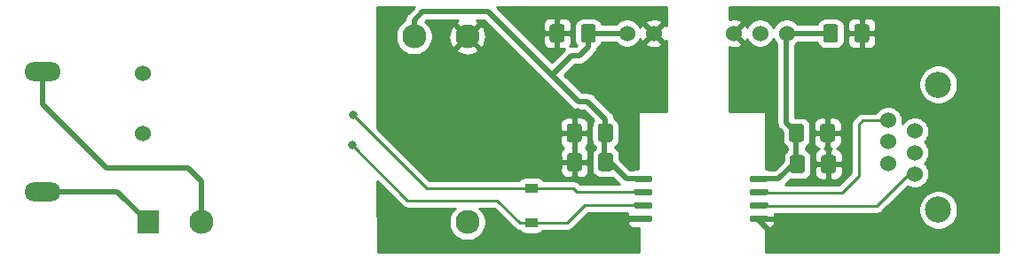
<source format=gtl>
G04 #@! TF.GenerationSoftware,KiCad,Pcbnew,(5.1.6)-1*
G04 #@! TF.CreationDate,2020-11-26T14:04:51+01:00*
G04 #@! TF.ProjectId,IsolationBarrier,49736f6c-6174-4696-9f6e-426172726965,rev?*
G04 #@! TF.SameCoordinates,Original*
G04 #@! TF.FileFunction,Copper,L1,Top*
G04 #@! TF.FilePolarity,Positive*
%FSLAX46Y46*%
G04 Gerber Fmt 4.6, Leading zero omitted, Abs format (unit mm)*
G04 Created by KiCad (PCBNEW (5.1.6)-1) date 2020-11-26 14:04:51*
%MOMM*%
%LPD*%
G01*
G04 APERTURE LIST*
G04 #@! TA.AperFunction,WasherPad*
%ADD10C,2.500000*%
G04 #@! TD*
G04 #@! TA.AperFunction,ComponentPad*
%ADD11C,1.524000*%
G04 #@! TD*
G04 #@! TA.AperFunction,ComponentPad*
%ADD12O,3.500000X1.800000*%
G04 #@! TD*
G04 #@! TA.AperFunction,ComponentPad*
%ADD13C,2.300000*%
G04 #@! TD*
G04 #@! TA.AperFunction,ComponentPad*
%ADD14R,2.000000X2.300000*%
G04 #@! TD*
G04 #@! TA.AperFunction,SMDPad,CuDef*
%ADD15R,1.200000X0.900000*%
G04 #@! TD*
G04 #@! TA.AperFunction,ViaPad*
%ADD16C,0.800000*%
G04 #@! TD*
G04 #@! TA.AperFunction,Conductor*
%ADD17C,0.500000*%
G04 #@! TD*
G04 #@! TA.AperFunction,Conductor*
%ADD18C,0.250000*%
G04 #@! TD*
G04 #@! TA.AperFunction,Conductor*
%ADD19C,0.254000*%
G04 #@! TD*
G04 APERTURE END LIST*
D10*
X121951100Y-94358700D03*
X121951100Y-106358700D03*
D11*
X119716100Y-98828700D03*
X119716100Y-100868700D03*
X119716100Y-102908700D03*
X117176100Y-97808700D03*
X117176100Y-99848700D03*
X117176100Y-101888700D03*
D12*
X36508000Y-104591800D03*
X36508000Y-93091800D03*
G04 #@! TA.AperFunction,SMDPad,CuDef*
G36*
G01*
X103946000Y-103528800D02*
X103946000Y-103228800D01*
G75*
G02*
X104096000Y-103078800I150000J0D01*
G01*
X105596000Y-103078800D01*
G75*
G02*
X105746000Y-103228800I0J-150000D01*
G01*
X105746000Y-103528800D01*
G75*
G02*
X105596000Y-103678800I-150000J0D01*
G01*
X104096000Y-103678800D01*
G75*
G02*
X103946000Y-103528800I0J150000D01*
G01*
G37*
G04 #@! TD.AperFunction*
G04 #@! TA.AperFunction,SMDPad,CuDef*
G36*
G01*
X103946000Y-104798800D02*
X103946000Y-104498800D01*
G75*
G02*
X104096000Y-104348800I150000J0D01*
G01*
X105596000Y-104348800D01*
G75*
G02*
X105746000Y-104498800I0J-150000D01*
G01*
X105746000Y-104798800D01*
G75*
G02*
X105596000Y-104948800I-150000J0D01*
G01*
X104096000Y-104948800D01*
G75*
G02*
X103946000Y-104798800I0J150000D01*
G01*
G37*
G04 #@! TD.AperFunction*
G04 #@! TA.AperFunction,SMDPad,CuDef*
G36*
G01*
X103946000Y-106068800D02*
X103946000Y-105768800D01*
G75*
G02*
X104096000Y-105618800I150000J0D01*
G01*
X105596000Y-105618800D01*
G75*
G02*
X105746000Y-105768800I0J-150000D01*
G01*
X105746000Y-106068800D01*
G75*
G02*
X105596000Y-106218800I-150000J0D01*
G01*
X104096000Y-106218800D01*
G75*
G02*
X103946000Y-106068800I0J150000D01*
G01*
G37*
G04 #@! TD.AperFunction*
G04 #@! TA.AperFunction,SMDPad,CuDef*
G36*
G01*
X103946000Y-107338800D02*
X103946000Y-107038800D01*
G75*
G02*
X104096000Y-106888800I150000J0D01*
G01*
X105596000Y-106888800D01*
G75*
G02*
X105746000Y-107038800I0J-150000D01*
G01*
X105746000Y-107338800D01*
G75*
G02*
X105596000Y-107488800I-150000J0D01*
G01*
X104096000Y-107488800D01*
G75*
G02*
X103946000Y-107338800I0J150000D01*
G01*
G37*
G04 #@! TD.AperFunction*
G04 #@! TA.AperFunction,SMDPad,CuDef*
G36*
G01*
X92896000Y-107338800D02*
X92896000Y-107038800D01*
G75*
G02*
X93046000Y-106888800I150000J0D01*
G01*
X94546000Y-106888800D01*
G75*
G02*
X94696000Y-107038800I0J-150000D01*
G01*
X94696000Y-107338800D01*
G75*
G02*
X94546000Y-107488800I-150000J0D01*
G01*
X93046000Y-107488800D01*
G75*
G02*
X92896000Y-107338800I0J150000D01*
G01*
G37*
G04 #@! TD.AperFunction*
G04 #@! TA.AperFunction,SMDPad,CuDef*
G36*
G01*
X92896000Y-106068800D02*
X92896000Y-105768800D01*
G75*
G02*
X93046000Y-105618800I150000J0D01*
G01*
X94546000Y-105618800D01*
G75*
G02*
X94696000Y-105768800I0J-150000D01*
G01*
X94696000Y-106068800D01*
G75*
G02*
X94546000Y-106218800I-150000J0D01*
G01*
X93046000Y-106218800D01*
G75*
G02*
X92896000Y-106068800I0J150000D01*
G01*
G37*
G04 #@! TD.AperFunction*
G04 #@! TA.AperFunction,SMDPad,CuDef*
G36*
G01*
X92896000Y-104798800D02*
X92896000Y-104498800D01*
G75*
G02*
X93046000Y-104348800I150000J0D01*
G01*
X94546000Y-104348800D01*
G75*
G02*
X94696000Y-104498800I0J-150000D01*
G01*
X94696000Y-104798800D01*
G75*
G02*
X94546000Y-104948800I-150000J0D01*
G01*
X93046000Y-104948800D01*
G75*
G02*
X92896000Y-104798800I0J150000D01*
G01*
G37*
G04 #@! TD.AperFunction*
G04 #@! TA.AperFunction,SMDPad,CuDef*
G36*
G01*
X92896000Y-103528800D02*
X92896000Y-103228800D01*
G75*
G02*
X93046000Y-103078800I150000J0D01*
G01*
X94546000Y-103078800D01*
G75*
G02*
X94696000Y-103228800I0J-150000D01*
G01*
X94696000Y-103528800D01*
G75*
G02*
X94546000Y-103678800I-150000J0D01*
G01*
X93046000Y-103678800D01*
G75*
G02*
X92896000Y-103528800I0J150000D01*
G01*
G37*
G04 #@! TD.AperFunction*
D13*
X71931000Y-89761300D03*
X77011000Y-89761300D03*
X51611000Y-107541300D03*
D14*
X46531000Y-107541300D03*
D13*
X77011000Y-107541300D03*
D11*
X107491000Y-89443800D03*
X104951000Y-89443800D03*
X102411000Y-89443800D03*
X94791000Y-89443800D03*
X92251000Y-89443800D03*
D15*
X83121000Y-107583800D03*
X83121000Y-104283800D03*
G04 #@! TA.AperFunction,SMDPad,CuDef*
G36*
G01*
X110680000Y-99608800D02*
X110680000Y-98358800D01*
G75*
G02*
X110930000Y-98108800I250000J0D01*
G01*
X111855000Y-98108800D01*
G75*
G02*
X112105000Y-98358800I0J-250000D01*
G01*
X112105000Y-99608800D01*
G75*
G02*
X111855000Y-99858800I-250000J0D01*
G01*
X110930000Y-99858800D01*
G75*
G02*
X110680000Y-99608800I0J250000D01*
G01*
G37*
G04 #@! TD.AperFunction*
G04 #@! TA.AperFunction,SMDPad,CuDef*
G36*
G01*
X107705000Y-99608800D02*
X107705000Y-98358800D01*
G75*
G02*
X107955000Y-98108800I250000J0D01*
G01*
X108880000Y-98108800D01*
G75*
G02*
X109130000Y-98358800I0J-250000D01*
G01*
X109130000Y-99608800D01*
G75*
G02*
X108880000Y-99858800I-250000J0D01*
G01*
X107955000Y-99858800D01*
G75*
G02*
X107705000Y-99608800I0J250000D01*
G01*
G37*
G04 #@! TD.AperFunction*
G04 #@! TA.AperFunction,SMDPad,CuDef*
G36*
G01*
X87933500Y-98358800D02*
X87933500Y-99608800D01*
G75*
G02*
X87683500Y-99858800I-250000J0D01*
G01*
X86758500Y-99858800D01*
G75*
G02*
X86508500Y-99608800I0J250000D01*
G01*
X86508500Y-98358800D01*
G75*
G02*
X86758500Y-98108800I250000J0D01*
G01*
X87683500Y-98108800D01*
G75*
G02*
X87933500Y-98358800I0J-250000D01*
G01*
G37*
G04 #@! TD.AperFunction*
G04 #@! TA.AperFunction,SMDPad,CuDef*
G36*
G01*
X90908500Y-98358800D02*
X90908500Y-99608800D01*
G75*
G02*
X90658500Y-99858800I-250000J0D01*
G01*
X89733500Y-99858800D01*
G75*
G02*
X89483500Y-99608800I0J250000D01*
G01*
X89483500Y-98358800D01*
G75*
G02*
X89733500Y-98108800I250000J0D01*
G01*
X90658500Y-98108800D01*
G75*
G02*
X90908500Y-98358800I0J-250000D01*
G01*
G37*
G04 #@! TD.AperFunction*
G04 #@! TA.AperFunction,SMDPad,CuDef*
G36*
G01*
X109217500Y-101358800D02*
X109217500Y-102608800D01*
G75*
G02*
X108967500Y-102858800I-250000J0D01*
G01*
X108042500Y-102858800D01*
G75*
G02*
X107792500Y-102608800I0J250000D01*
G01*
X107792500Y-101358800D01*
G75*
G02*
X108042500Y-101108800I250000J0D01*
G01*
X108967500Y-101108800D01*
G75*
G02*
X109217500Y-101358800I0J-250000D01*
G01*
G37*
G04 #@! TD.AperFunction*
G04 #@! TA.AperFunction,SMDPad,CuDef*
G36*
G01*
X112192500Y-101358800D02*
X112192500Y-102608800D01*
G75*
G02*
X111942500Y-102858800I-250000J0D01*
G01*
X111017500Y-102858800D01*
G75*
G02*
X110767500Y-102608800I0J250000D01*
G01*
X110767500Y-101358800D01*
G75*
G02*
X111017500Y-101108800I250000J0D01*
G01*
X111942500Y-101108800D01*
G75*
G02*
X112192500Y-101358800I0J-250000D01*
G01*
G37*
G04 #@! TD.AperFunction*
G04 #@! TA.AperFunction,SMDPad,CuDef*
G36*
G01*
X89508500Y-102408800D02*
X89508500Y-101158800D01*
G75*
G02*
X89758500Y-100908800I250000J0D01*
G01*
X90683500Y-100908800D01*
G75*
G02*
X90933500Y-101158800I0J-250000D01*
G01*
X90933500Y-102408800D01*
G75*
G02*
X90683500Y-102658800I-250000J0D01*
G01*
X89758500Y-102658800D01*
G75*
G02*
X89508500Y-102408800I0J250000D01*
G01*
G37*
G04 #@! TD.AperFunction*
G04 #@! TA.AperFunction,SMDPad,CuDef*
G36*
G01*
X86533500Y-102408800D02*
X86533500Y-101158800D01*
G75*
G02*
X86783500Y-100908800I250000J0D01*
G01*
X87708500Y-100908800D01*
G75*
G02*
X87958500Y-101158800I0J-250000D01*
G01*
X87958500Y-102408800D01*
G75*
G02*
X87708500Y-102658800I-250000J0D01*
G01*
X86783500Y-102658800D01*
G75*
G02*
X86533500Y-102408800I0J250000D01*
G01*
G37*
G04 #@! TD.AperFunction*
D11*
X46091800Y-93263500D03*
X46091800Y-99063500D03*
G04 #@! TA.AperFunction,SMDPad,CuDef*
G36*
G01*
X113944500Y-90068800D02*
X113944500Y-88818800D01*
G75*
G02*
X114194500Y-88568800I250000J0D01*
G01*
X115119500Y-88568800D01*
G75*
G02*
X115369500Y-88818800I0J-250000D01*
G01*
X115369500Y-90068800D01*
G75*
G02*
X115119500Y-90318800I-250000J0D01*
G01*
X114194500Y-90318800D01*
G75*
G02*
X113944500Y-90068800I0J250000D01*
G01*
G37*
G04 #@! TD.AperFunction*
G04 #@! TA.AperFunction,SMDPad,CuDef*
G36*
G01*
X110969500Y-90068800D02*
X110969500Y-88818800D01*
G75*
G02*
X111219500Y-88568800I250000J0D01*
G01*
X112144500Y-88568800D01*
G75*
G02*
X112394500Y-88818800I0J-250000D01*
G01*
X112394500Y-90068800D01*
G75*
G02*
X112144500Y-90318800I-250000J0D01*
G01*
X111219500Y-90318800D01*
G75*
G02*
X110969500Y-90068800I0J250000D01*
G01*
G37*
G04 #@! TD.AperFunction*
G04 #@! TA.AperFunction,SMDPad,CuDef*
G36*
G01*
X86305500Y-88818800D02*
X86305500Y-90068800D01*
G75*
G02*
X86055500Y-90318800I-250000J0D01*
G01*
X85130500Y-90318800D01*
G75*
G02*
X84880500Y-90068800I0J250000D01*
G01*
X84880500Y-88818800D01*
G75*
G02*
X85130500Y-88568800I250000J0D01*
G01*
X86055500Y-88568800D01*
G75*
G02*
X86305500Y-88818800I0J-250000D01*
G01*
G37*
G04 #@! TD.AperFunction*
G04 #@! TA.AperFunction,SMDPad,CuDef*
G36*
G01*
X89280500Y-88818800D02*
X89280500Y-90068800D01*
G75*
G02*
X89030500Y-90318800I-250000J0D01*
G01*
X88105500Y-90318800D01*
G75*
G02*
X87855500Y-90068800I0J250000D01*
G01*
X87855500Y-88818800D01*
G75*
G02*
X88105500Y-88568800I250000J0D01*
G01*
X89030500Y-88568800D01*
G75*
G02*
X89280500Y-88818800I0J-250000D01*
G01*
G37*
G04 #@! TD.AperFunction*
D16*
X71550000Y-107795300D03*
X77646000Y-91729800D03*
X82550000Y-109283500D03*
X81821000Y-97483800D03*
X87621000Y-109183800D03*
X87552000Y-97000300D03*
X82535500Y-100111800D03*
X76884000Y-102016800D03*
X70026000Y-95539800D03*
X70407000Y-99159300D03*
X70216500Y-109065300D03*
X93711500Y-87411800D03*
X93076500Y-94396800D03*
X92505000Y-91412300D03*
X91552500Y-93444300D03*
X81837000Y-94650800D03*
X113978100Y-94372700D03*
X112609100Y-92961700D03*
X112317000Y-94777800D03*
X111211000Y-108620800D03*
X118730500Y-108049300D03*
X122413500Y-102461300D03*
X120000500Y-90078800D03*
X103935000Y-92745800D03*
X126985500Y-109763800D03*
X123112000Y-87475300D03*
X116698500Y-88237300D03*
X122667500Y-99095800D03*
X105903500Y-94206300D03*
X106602000Y-87475300D03*
X66089000Y-97254300D03*
X66040000Y-100175300D03*
D17*
X93996000Y-107188800D02*
X92016000Y-107188800D01*
X92016000Y-107188800D02*
X90021000Y-109183800D01*
X90021000Y-109183800D02*
X87621000Y-109183800D01*
X90121000Y-101683800D02*
X90221000Y-101783800D01*
X90121000Y-98983800D02*
X90121000Y-101683800D01*
X90621000Y-101783800D02*
X90221000Y-101783800D01*
X93996000Y-103378800D02*
X92216000Y-103378800D01*
X92216000Y-103378800D02*
X90621000Y-101783800D01*
X88568000Y-89443800D02*
X92251000Y-89443800D01*
X90196000Y-97675800D02*
X90196000Y-98983800D01*
X88504500Y-95984300D02*
X90196000Y-97675800D01*
X85075500Y-93444300D02*
X87615500Y-95984300D01*
X87615500Y-95984300D02*
X88504500Y-95984300D01*
X87710750Y-91571050D02*
X88568000Y-90713800D01*
X88568000Y-90713800D02*
X88568000Y-89443800D01*
X85075500Y-93444300D02*
X86948750Y-91571050D01*
X86948750Y-91571050D02*
X87710750Y-91571050D01*
X71969200Y-89799500D02*
X71969200Y-89836100D01*
X71931000Y-89761300D02*
X71969200Y-89799500D01*
X71931000Y-88173800D02*
X71931000Y-89761300D01*
X72756500Y-87348300D02*
X71931000Y-88173800D01*
X85075500Y-93444300D02*
X78979500Y-87348300D01*
X78979500Y-87348300D02*
X72756500Y-87348300D01*
X104646000Y-107188800D02*
X106078000Y-108620800D01*
X110645315Y-108620800D02*
X111211000Y-108620800D01*
X106078000Y-108620800D02*
X110645315Y-108620800D01*
X106726000Y-103378800D02*
X104646000Y-103378800D01*
X108417500Y-101896300D02*
X108505000Y-101983800D01*
X108417500Y-98983800D02*
X108417500Y-101896300D01*
X111682000Y-89443800D02*
X107491000Y-89443800D01*
X107433500Y-89501300D02*
X107491000Y-89443800D01*
X107433500Y-96983800D02*
X107433500Y-89501300D01*
X106726000Y-103378800D02*
X105710000Y-103378800D01*
X108505000Y-101983800D02*
X108121000Y-101983800D01*
X108121000Y-101983800D02*
X106726000Y-103378800D01*
X107433500Y-97999800D02*
X108417500Y-98983800D01*
X107433500Y-96983800D02*
X107433500Y-97999800D01*
X36508000Y-96248300D02*
X36508000Y-93091800D01*
X40750000Y-100490300D02*
X36508000Y-96248300D01*
X51649200Y-107616100D02*
X51649200Y-103595500D01*
X51649200Y-103595500D02*
X50401000Y-102347300D01*
X50401000Y-102347300D02*
X42607000Y-102347300D01*
X42607000Y-102347300D02*
X40750000Y-100490300D01*
D18*
X83121000Y-104283800D02*
X87121000Y-104283800D01*
X87486000Y-104648800D02*
X93996000Y-104648800D01*
X87121000Y-104283800D02*
X87486000Y-104648800D01*
X73118500Y-104283800D02*
X66089000Y-97254300D01*
X83121000Y-104283800D02*
X73118500Y-104283800D01*
D17*
X43581500Y-104591800D02*
X46531000Y-107541300D01*
X36508000Y-104591800D02*
X43581500Y-104591800D01*
D18*
X83121000Y-107583800D02*
X86557000Y-107583800D01*
X88222000Y-105918800D02*
X93796000Y-105918800D01*
X86557000Y-107583800D02*
X88222000Y-105918800D01*
X83121000Y-107583800D02*
X82006500Y-107583800D01*
X71312000Y-105447300D02*
X66040000Y-100175300D01*
X79870000Y-105447300D02*
X71312000Y-105447300D01*
X82006500Y-107583800D02*
X79870000Y-105447300D01*
X119172100Y-102908700D02*
X119716100Y-102908700D01*
X104303100Y-106007700D02*
X116073100Y-106007700D01*
X116073100Y-106007700D02*
X119172100Y-102908700D01*
X104303100Y-104737700D02*
X112771100Y-104737700D01*
X112771100Y-104737700D02*
X114387100Y-103121700D01*
X114387100Y-103121700D02*
X114387100Y-98168700D01*
X114747100Y-97808700D02*
X117176100Y-97808700D01*
X114387100Y-98168700D02*
X114747100Y-97808700D01*
D19*
G36*
X127669001Y-110348000D02*
G01*
X105509226Y-110348000D01*
X105506200Y-108125673D01*
X105746000Y-108126872D01*
X105870482Y-108114612D01*
X105990180Y-108078302D01*
X106100494Y-108019337D01*
X106197185Y-107939985D01*
X106276537Y-107843294D01*
X106335502Y-107732980D01*
X106371812Y-107613282D01*
X106384072Y-107488800D01*
X106381000Y-107474550D01*
X106222250Y-107315800D01*
X105505097Y-107315800D01*
X105504752Y-107061800D01*
X106222250Y-107061800D01*
X106381000Y-106903050D01*
X106384072Y-106888800D01*
X106371812Y-106764318D01*
X106370411Y-106759700D01*
X116036165Y-106759700D01*
X116073100Y-106763338D01*
X116110035Y-106759700D01*
X116110038Y-106759700D01*
X116220518Y-106748819D01*
X116362270Y-106705818D01*
X116492910Y-106635990D01*
X116607417Y-106542017D01*
X116630967Y-106513321D01*
X116970456Y-106173832D01*
X120074100Y-106173832D01*
X120074100Y-106543568D01*
X120146232Y-106906201D01*
X120287724Y-107247793D01*
X120493139Y-107555218D01*
X120754582Y-107816661D01*
X121062007Y-108022076D01*
X121403599Y-108163568D01*
X121766232Y-108235700D01*
X122135968Y-108235700D01*
X122498601Y-108163568D01*
X122840193Y-108022076D01*
X123147618Y-107816661D01*
X123409061Y-107555218D01*
X123614476Y-107247793D01*
X123755968Y-106906201D01*
X123828100Y-106543568D01*
X123828100Y-106173832D01*
X123755968Y-105811199D01*
X123614476Y-105469607D01*
X123409061Y-105162182D01*
X123147618Y-104900739D01*
X122840193Y-104695324D01*
X122498601Y-104553832D01*
X122135968Y-104481700D01*
X121766232Y-104481700D01*
X121403599Y-104553832D01*
X121062007Y-104695324D01*
X120754582Y-104900739D01*
X120493139Y-105162182D01*
X120287724Y-105469607D01*
X120146232Y-105811199D01*
X120074100Y-106173832D01*
X116970456Y-106173832D01*
X119026098Y-104118191D01*
X119058162Y-104139616D01*
X119310944Y-104244322D01*
X119579295Y-104297700D01*
X119852905Y-104297700D01*
X120121256Y-104244322D01*
X120374038Y-104139616D01*
X120601536Y-103987607D01*
X120795007Y-103794136D01*
X120947016Y-103566638D01*
X121051722Y-103313856D01*
X121105100Y-103045505D01*
X121105100Y-102771895D01*
X121051722Y-102503544D01*
X120947016Y-102250762D01*
X120795007Y-102023264D01*
X120660443Y-101888700D01*
X120795007Y-101754136D01*
X120947016Y-101526638D01*
X121051722Y-101273856D01*
X121105100Y-101005505D01*
X121105100Y-100731895D01*
X121051722Y-100463544D01*
X120947016Y-100210762D01*
X120795007Y-99983264D01*
X120660443Y-99848700D01*
X120795007Y-99714136D01*
X120947016Y-99486638D01*
X121051722Y-99233856D01*
X121105100Y-98965505D01*
X121105100Y-98691895D01*
X121051722Y-98423544D01*
X120947016Y-98170762D01*
X120795007Y-97943264D01*
X120601536Y-97749793D01*
X120374038Y-97597784D01*
X120121256Y-97493078D01*
X119852905Y-97439700D01*
X119579295Y-97439700D01*
X119310944Y-97493078D01*
X119058162Y-97597784D01*
X118830664Y-97749793D01*
X118637193Y-97943264D01*
X118535176Y-98095943D01*
X118565100Y-97945505D01*
X118565100Y-97671895D01*
X118511722Y-97403544D01*
X118407016Y-97150762D01*
X118255007Y-96923264D01*
X118061536Y-96729793D01*
X117834038Y-96577784D01*
X117581256Y-96473078D01*
X117312905Y-96419700D01*
X117039295Y-96419700D01*
X116770944Y-96473078D01*
X116518162Y-96577784D01*
X116290664Y-96729793D01*
X116097193Y-96923264D01*
X116008034Y-97056700D01*
X114784035Y-97056700D01*
X114747100Y-97053062D01*
X114710164Y-97056700D01*
X114710162Y-97056700D01*
X114599682Y-97067581D01*
X114457930Y-97110582D01*
X114327290Y-97180410D01*
X114212783Y-97274383D01*
X114189233Y-97303079D01*
X113881475Y-97610837D01*
X113852784Y-97634383D01*
X113829238Y-97663074D01*
X113829237Y-97663075D01*
X113758810Y-97748890D01*
X113688982Y-97879531D01*
X113645982Y-98021283D01*
X113631462Y-98168700D01*
X113635101Y-98205645D01*
X113635100Y-102810211D01*
X112459612Y-103985700D01*
X107362455Y-103985700D01*
X107376597Y-103968469D01*
X107872934Y-103472132D01*
X108042500Y-103488833D01*
X108967500Y-103488833D01*
X109139186Y-103471923D01*
X109304274Y-103421844D01*
X109456420Y-103340521D01*
X109589777Y-103231077D01*
X109699221Y-103097720D01*
X109780544Y-102945574D01*
X109806866Y-102858800D01*
X110129428Y-102858800D01*
X110141688Y-102983282D01*
X110177998Y-103102980D01*
X110236963Y-103213294D01*
X110316315Y-103309985D01*
X110413006Y-103389337D01*
X110523320Y-103448302D01*
X110643018Y-103484612D01*
X110767500Y-103496872D01*
X111194250Y-103493800D01*
X111353000Y-103335050D01*
X111353000Y-102110800D01*
X111607000Y-102110800D01*
X111607000Y-103335050D01*
X111765750Y-103493800D01*
X112192500Y-103496872D01*
X112316982Y-103484612D01*
X112436680Y-103448302D01*
X112546994Y-103389337D01*
X112643685Y-103309985D01*
X112723037Y-103213294D01*
X112782002Y-103102980D01*
X112818312Y-102983282D01*
X112830572Y-102858800D01*
X112827500Y-102269550D01*
X112668750Y-102110800D01*
X111607000Y-102110800D01*
X111353000Y-102110800D01*
X110291250Y-102110800D01*
X110132500Y-102269550D01*
X110129428Y-102858800D01*
X109806866Y-102858800D01*
X109830623Y-102780486D01*
X109847533Y-102608800D01*
X109847533Y-101358800D01*
X109830623Y-101187114D01*
X109780544Y-101022026D01*
X109699221Y-100869880D01*
X109589777Y-100736523D01*
X109456420Y-100627079D01*
X109304274Y-100545756D01*
X109294500Y-100542791D01*
X109294500Y-100380299D01*
X109368920Y-100340521D01*
X109502277Y-100231077D01*
X109611721Y-100097720D01*
X109693044Y-99945574D01*
X109719366Y-99858800D01*
X110041928Y-99858800D01*
X110054188Y-99983282D01*
X110090498Y-100102980D01*
X110149463Y-100213294D01*
X110228815Y-100309985D01*
X110325506Y-100389337D01*
X110435820Y-100448302D01*
X110555518Y-100484612D01*
X110617531Y-100490720D01*
X110523320Y-100519298D01*
X110413006Y-100578263D01*
X110316315Y-100657615D01*
X110236963Y-100754306D01*
X110177998Y-100864620D01*
X110141688Y-100984318D01*
X110129428Y-101108800D01*
X110132500Y-101698050D01*
X110291250Y-101856800D01*
X111353000Y-101856800D01*
X111353000Y-100632550D01*
X111194250Y-100473800D01*
X111127232Y-100473318D01*
X111265500Y-100335050D01*
X111265500Y-99110800D01*
X111519500Y-99110800D01*
X111519500Y-100335050D01*
X111678250Y-100493800D01*
X111745268Y-100494282D01*
X111607000Y-100632550D01*
X111607000Y-101856800D01*
X112668750Y-101856800D01*
X112827500Y-101698050D01*
X112830572Y-101108800D01*
X112818312Y-100984318D01*
X112782002Y-100864620D01*
X112723037Y-100754306D01*
X112643685Y-100657615D01*
X112546994Y-100578263D01*
X112436680Y-100519298D01*
X112316982Y-100482988D01*
X112254969Y-100476880D01*
X112349180Y-100448302D01*
X112459494Y-100389337D01*
X112556185Y-100309985D01*
X112635537Y-100213294D01*
X112694502Y-100102980D01*
X112730812Y-99983282D01*
X112743072Y-99858800D01*
X112740000Y-99269550D01*
X112581250Y-99110800D01*
X111519500Y-99110800D01*
X111265500Y-99110800D01*
X110203750Y-99110800D01*
X110045000Y-99269550D01*
X110041928Y-99858800D01*
X109719366Y-99858800D01*
X109743123Y-99780486D01*
X109760033Y-99608800D01*
X109760033Y-98358800D01*
X109743123Y-98187114D01*
X109719367Y-98108800D01*
X110041928Y-98108800D01*
X110045000Y-98698050D01*
X110203750Y-98856800D01*
X111265500Y-98856800D01*
X111265500Y-97632550D01*
X111519500Y-97632550D01*
X111519500Y-98856800D01*
X112581250Y-98856800D01*
X112740000Y-98698050D01*
X112743072Y-98108800D01*
X112730812Y-97984318D01*
X112694502Y-97864620D01*
X112635537Y-97754306D01*
X112556185Y-97657615D01*
X112459494Y-97578263D01*
X112349180Y-97519298D01*
X112229482Y-97482988D01*
X112105000Y-97470728D01*
X111678250Y-97473800D01*
X111519500Y-97632550D01*
X111265500Y-97632550D01*
X111106750Y-97473800D01*
X110680000Y-97470728D01*
X110555518Y-97482988D01*
X110435820Y-97519298D01*
X110325506Y-97578263D01*
X110228815Y-97657615D01*
X110149463Y-97754306D01*
X110090498Y-97864620D01*
X110054188Y-97984318D01*
X110041928Y-98108800D01*
X109719367Y-98108800D01*
X109693044Y-98022026D01*
X109611721Y-97869880D01*
X109502277Y-97736523D01*
X109368920Y-97627079D01*
X109216774Y-97545756D01*
X109051686Y-97495677D01*
X108880000Y-97478767D01*
X108310500Y-97478767D01*
X108310500Y-94173832D01*
X120074100Y-94173832D01*
X120074100Y-94543568D01*
X120146232Y-94906201D01*
X120287724Y-95247793D01*
X120493139Y-95555218D01*
X120754582Y-95816661D01*
X121062007Y-96022076D01*
X121403599Y-96163568D01*
X121766232Y-96235700D01*
X122135968Y-96235700D01*
X122498601Y-96163568D01*
X122840193Y-96022076D01*
X123147618Y-95816661D01*
X123409061Y-95555218D01*
X123614476Y-95247793D01*
X123755968Y-94906201D01*
X123828100Y-94543568D01*
X123828100Y-94173832D01*
X123755968Y-93811199D01*
X123614476Y-93469607D01*
X123409061Y-93162182D01*
X123147618Y-92900739D01*
X122840193Y-92695324D01*
X122498601Y-92553832D01*
X122135968Y-92481700D01*
X121766232Y-92481700D01*
X121403599Y-92553832D01*
X121062007Y-92695324D01*
X120754582Y-92900739D01*
X120493139Y-93162182D01*
X120287724Y-93469607D01*
X120146232Y-93811199D01*
X120074100Y-94173832D01*
X108310500Y-94173832D01*
X108310500Y-90566764D01*
X108376436Y-90522707D01*
X108569907Y-90329236D01*
X108575544Y-90320800D01*
X110380740Y-90320800D01*
X110406456Y-90405574D01*
X110487779Y-90557720D01*
X110597223Y-90691077D01*
X110730580Y-90800521D01*
X110882726Y-90881844D01*
X111047814Y-90931923D01*
X111219500Y-90948833D01*
X112144500Y-90948833D01*
X112316186Y-90931923D01*
X112481274Y-90881844D01*
X112633420Y-90800521D01*
X112766777Y-90691077D01*
X112876221Y-90557720D01*
X112957544Y-90405574D01*
X112983866Y-90318800D01*
X113306428Y-90318800D01*
X113318688Y-90443282D01*
X113354998Y-90562980D01*
X113413963Y-90673294D01*
X113493315Y-90769985D01*
X113590006Y-90849337D01*
X113700320Y-90908302D01*
X113820018Y-90944612D01*
X113944500Y-90956872D01*
X114371250Y-90953800D01*
X114530000Y-90795050D01*
X114530000Y-89570800D01*
X114784000Y-89570800D01*
X114784000Y-90795050D01*
X114942750Y-90953800D01*
X115369500Y-90956872D01*
X115493982Y-90944612D01*
X115613680Y-90908302D01*
X115723994Y-90849337D01*
X115820685Y-90769985D01*
X115900037Y-90673294D01*
X115959002Y-90562980D01*
X115995312Y-90443282D01*
X116007572Y-90318800D01*
X116004500Y-89729550D01*
X115845750Y-89570800D01*
X114784000Y-89570800D01*
X114530000Y-89570800D01*
X113468250Y-89570800D01*
X113309500Y-89729550D01*
X113306428Y-90318800D01*
X112983866Y-90318800D01*
X113007623Y-90240486D01*
X113024533Y-90068800D01*
X113024533Y-88818800D01*
X113007623Y-88647114D01*
X112983867Y-88568800D01*
X113306428Y-88568800D01*
X113309500Y-89158050D01*
X113468250Y-89316800D01*
X114530000Y-89316800D01*
X114530000Y-88092550D01*
X114784000Y-88092550D01*
X114784000Y-89316800D01*
X115845750Y-89316800D01*
X116004500Y-89158050D01*
X116007572Y-88568800D01*
X115995312Y-88444318D01*
X115959002Y-88324620D01*
X115900037Y-88214306D01*
X115820685Y-88117615D01*
X115723994Y-88038263D01*
X115613680Y-87979298D01*
X115493982Y-87942988D01*
X115369500Y-87930728D01*
X114942750Y-87933800D01*
X114784000Y-88092550D01*
X114530000Y-88092550D01*
X114371250Y-87933800D01*
X113944500Y-87930728D01*
X113820018Y-87942988D01*
X113700320Y-87979298D01*
X113590006Y-88038263D01*
X113493315Y-88117615D01*
X113413963Y-88214306D01*
X113354998Y-88324620D01*
X113318688Y-88444318D01*
X113306428Y-88568800D01*
X112983867Y-88568800D01*
X112957544Y-88482026D01*
X112876221Y-88329880D01*
X112766777Y-88196523D01*
X112633420Y-88087079D01*
X112481274Y-88005756D01*
X112316186Y-87955677D01*
X112144500Y-87938767D01*
X111219500Y-87938767D01*
X111047814Y-87955677D01*
X110882726Y-88005756D01*
X110730580Y-88087079D01*
X110597223Y-88196523D01*
X110487779Y-88329880D01*
X110406456Y-88482026D01*
X110380740Y-88566800D01*
X108575544Y-88566800D01*
X108569907Y-88558364D01*
X108376436Y-88364893D01*
X108148938Y-88212884D01*
X107896156Y-88108178D01*
X107627805Y-88054800D01*
X107354195Y-88054800D01*
X107085844Y-88108178D01*
X106833062Y-88212884D01*
X106605564Y-88364893D01*
X106412093Y-88558364D01*
X106260084Y-88785862D01*
X106221000Y-88880219D01*
X106181916Y-88785862D01*
X106029907Y-88558364D01*
X105836436Y-88364893D01*
X105608938Y-88212884D01*
X105356156Y-88108178D01*
X105087805Y-88054800D01*
X104814195Y-88054800D01*
X104545844Y-88108178D01*
X104293062Y-88212884D01*
X104065564Y-88364893D01*
X103872093Y-88558364D01*
X103720084Y-88785862D01*
X103687336Y-88864922D01*
X103678636Y-88840777D01*
X103616656Y-88724820D01*
X103376565Y-88657840D01*
X102590605Y-89443800D01*
X103376565Y-90229760D01*
X103616656Y-90162780D01*
X103685088Y-90017251D01*
X103720084Y-90101738D01*
X103872093Y-90329236D01*
X104065564Y-90522707D01*
X104293062Y-90674716D01*
X104545844Y-90779422D01*
X104814195Y-90832800D01*
X105087805Y-90832800D01*
X105356156Y-90779422D01*
X105608938Y-90674716D01*
X105836436Y-90522707D01*
X106029907Y-90329236D01*
X106181916Y-90101738D01*
X106221000Y-90007381D01*
X106260084Y-90101738D01*
X106412093Y-90329236D01*
X106556501Y-90473644D01*
X106556500Y-96940721D01*
X106556500Y-96940722D01*
X106556501Y-97956711D01*
X106552257Y-97999800D01*
X106569190Y-98171722D01*
X106619338Y-98337036D01*
X106700774Y-98489392D01*
X106782906Y-98589471D01*
X106782909Y-98589474D01*
X106810368Y-98622933D01*
X106843827Y-98650392D01*
X107074967Y-98881532D01*
X107074967Y-99608800D01*
X107091877Y-99780486D01*
X107141956Y-99945574D01*
X107223279Y-100097720D01*
X107332723Y-100231077D01*
X107466080Y-100340521D01*
X107540500Y-100380299D01*
X107540501Y-100637813D01*
X107420223Y-100736523D01*
X107310779Y-100869880D01*
X107229456Y-101022026D01*
X107179377Y-101187114D01*
X107162467Y-101358800D01*
X107162467Y-101702067D01*
X106362735Y-102501800D01*
X105873596Y-102501800D01*
X105748177Y-102463755D01*
X105596000Y-102448767D01*
X105498471Y-102448767D01*
X105491139Y-97063627D01*
X105488665Y-97038854D01*
X105481405Y-97015039D01*
X105469639Y-96993099D01*
X105453819Y-96973875D01*
X105434553Y-96958107D01*
X105412580Y-96946401D01*
X105388746Y-96939207D01*
X105364139Y-96936800D01*
X102030000Y-96936800D01*
X102030000Y-90788626D01*
X102208135Y-90832823D01*
X102483017Y-90845710D01*
X102755133Y-90804722D01*
X103014023Y-90711436D01*
X103129980Y-90649456D01*
X103196960Y-90409365D01*
X102411000Y-89623405D01*
X102396858Y-89637548D01*
X102217253Y-89457943D01*
X102231395Y-89443800D01*
X102217253Y-89429658D01*
X102396858Y-89250053D01*
X102411000Y-89264195D01*
X103196960Y-88478235D01*
X103129980Y-88238144D01*
X102880952Y-88121044D01*
X102613865Y-88054777D01*
X102338983Y-88041890D01*
X102066867Y-88082878D01*
X102030000Y-88096162D01*
X102030000Y-86935800D01*
X127669000Y-86935800D01*
X127669001Y-110348000D01*
G37*
X127669001Y-110348000D02*
X105509226Y-110348000D01*
X105506200Y-108125673D01*
X105746000Y-108126872D01*
X105870482Y-108114612D01*
X105990180Y-108078302D01*
X106100494Y-108019337D01*
X106197185Y-107939985D01*
X106276537Y-107843294D01*
X106335502Y-107732980D01*
X106371812Y-107613282D01*
X106384072Y-107488800D01*
X106381000Y-107474550D01*
X106222250Y-107315800D01*
X105505097Y-107315800D01*
X105504752Y-107061800D01*
X106222250Y-107061800D01*
X106381000Y-106903050D01*
X106384072Y-106888800D01*
X106371812Y-106764318D01*
X106370411Y-106759700D01*
X116036165Y-106759700D01*
X116073100Y-106763338D01*
X116110035Y-106759700D01*
X116110038Y-106759700D01*
X116220518Y-106748819D01*
X116362270Y-106705818D01*
X116492910Y-106635990D01*
X116607417Y-106542017D01*
X116630967Y-106513321D01*
X116970456Y-106173832D01*
X120074100Y-106173832D01*
X120074100Y-106543568D01*
X120146232Y-106906201D01*
X120287724Y-107247793D01*
X120493139Y-107555218D01*
X120754582Y-107816661D01*
X121062007Y-108022076D01*
X121403599Y-108163568D01*
X121766232Y-108235700D01*
X122135968Y-108235700D01*
X122498601Y-108163568D01*
X122840193Y-108022076D01*
X123147618Y-107816661D01*
X123409061Y-107555218D01*
X123614476Y-107247793D01*
X123755968Y-106906201D01*
X123828100Y-106543568D01*
X123828100Y-106173832D01*
X123755968Y-105811199D01*
X123614476Y-105469607D01*
X123409061Y-105162182D01*
X123147618Y-104900739D01*
X122840193Y-104695324D01*
X122498601Y-104553832D01*
X122135968Y-104481700D01*
X121766232Y-104481700D01*
X121403599Y-104553832D01*
X121062007Y-104695324D01*
X120754582Y-104900739D01*
X120493139Y-105162182D01*
X120287724Y-105469607D01*
X120146232Y-105811199D01*
X120074100Y-106173832D01*
X116970456Y-106173832D01*
X119026098Y-104118191D01*
X119058162Y-104139616D01*
X119310944Y-104244322D01*
X119579295Y-104297700D01*
X119852905Y-104297700D01*
X120121256Y-104244322D01*
X120374038Y-104139616D01*
X120601536Y-103987607D01*
X120795007Y-103794136D01*
X120947016Y-103566638D01*
X121051722Y-103313856D01*
X121105100Y-103045505D01*
X121105100Y-102771895D01*
X121051722Y-102503544D01*
X120947016Y-102250762D01*
X120795007Y-102023264D01*
X120660443Y-101888700D01*
X120795007Y-101754136D01*
X120947016Y-101526638D01*
X121051722Y-101273856D01*
X121105100Y-101005505D01*
X121105100Y-100731895D01*
X121051722Y-100463544D01*
X120947016Y-100210762D01*
X120795007Y-99983264D01*
X120660443Y-99848700D01*
X120795007Y-99714136D01*
X120947016Y-99486638D01*
X121051722Y-99233856D01*
X121105100Y-98965505D01*
X121105100Y-98691895D01*
X121051722Y-98423544D01*
X120947016Y-98170762D01*
X120795007Y-97943264D01*
X120601536Y-97749793D01*
X120374038Y-97597784D01*
X120121256Y-97493078D01*
X119852905Y-97439700D01*
X119579295Y-97439700D01*
X119310944Y-97493078D01*
X119058162Y-97597784D01*
X118830664Y-97749793D01*
X118637193Y-97943264D01*
X118535176Y-98095943D01*
X118565100Y-97945505D01*
X118565100Y-97671895D01*
X118511722Y-97403544D01*
X118407016Y-97150762D01*
X118255007Y-96923264D01*
X118061536Y-96729793D01*
X117834038Y-96577784D01*
X117581256Y-96473078D01*
X117312905Y-96419700D01*
X117039295Y-96419700D01*
X116770944Y-96473078D01*
X116518162Y-96577784D01*
X116290664Y-96729793D01*
X116097193Y-96923264D01*
X116008034Y-97056700D01*
X114784035Y-97056700D01*
X114747100Y-97053062D01*
X114710164Y-97056700D01*
X114710162Y-97056700D01*
X114599682Y-97067581D01*
X114457930Y-97110582D01*
X114327290Y-97180410D01*
X114212783Y-97274383D01*
X114189233Y-97303079D01*
X113881475Y-97610837D01*
X113852784Y-97634383D01*
X113829238Y-97663074D01*
X113829237Y-97663075D01*
X113758810Y-97748890D01*
X113688982Y-97879531D01*
X113645982Y-98021283D01*
X113631462Y-98168700D01*
X113635101Y-98205645D01*
X113635100Y-102810211D01*
X112459612Y-103985700D01*
X107362455Y-103985700D01*
X107376597Y-103968469D01*
X107872934Y-103472132D01*
X108042500Y-103488833D01*
X108967500Y-103488833D01*
X109139186Y-103471923D01*
X109304274Y-103421844D01*
X109456420Y-103340521D01*
X109589777Y-103231077D01*
X109699221Y-103097720D01*
X109780544Y-102945574D01*
X109806866Y-102858800D01*
X110129428Y-102858800D01*
X110141688Y-102983282D01*
X110177998Y-103102980D01*
X110236963Y-103213294D01*
X110316315Y-103309985D01*
X110413006Y-103389337D01*
X110523320Y-103448302D01*
X110643018Y-103484612D01*
X110767500Y-103496872D01*
X111194250Y-103493800D01*
X111353000Y-103335050D01*
X111353000Y-102110800D01*
X111607000Y-102110800D01*
X111607000Y-103335050D01*
X111765750Y-103493800D01*
X112192500Y-103496872D01*
X112316982Y-103484612D01*
X112436680Y-103448302D01*
X112546994Y-103389337D01*
X112643685Y-103309985D01*
X112723037Y-103213294D01*
X112782002Y-103102980D01*
X112818312Y-102983282D01*
X112830572Y-102858800D01*
X112827500Y-102269550D01*
X112668750Y-102110800D01*
X111607000Y-102110800D01*
X111353000Y-102110800D01*
X110291250Y-102110800D01*
X110132500Y-102269550D01*
X110129428Y-102858800D01*
X109806866Y-102858800D01*
X109830623Y-102780486D01*
X109847533Y-102608800D01*
X109847533Y-101358800D01*
X109830623Y-101187114D01*
X109780544Y-101022026D01*
X109699221Y-100869880D01*
X109589777Y-100736523D01*
X109456420Y-100627079D01*
X109304274Y-100545756D01*
X109294500Y-100542791D01*
X109294500Y-100380299D01*
X109368920Y-100340521D01*
X109502277Y-100231077D01*
X109611721Y-100097720D01*
X109693044Y-99945574D01*
X109719366Y-99858800D01*
X110041928Y-99858800D01*
X110054188Y-99983282D01*
X110090498Y-100102980D01*
X110149463Y-100213294D01*
X110228815Y-100309985D01*
X110325506Y-100389337D01*
X110435820Y-100448302D01*
X110555518Y-100484612D01*
X110617531Y-100490720D01*
X110523320Y-100519298D01*
X110413006Y-100578263D01*
X110316315Y-100657615D01*
X110236963Y-100754306D01*
X110177998Y-100864620D01*
X110141688Y-100984318D01*
X110129428Y-101108800D01*
X110132500Y-101698050D01*
X110291250Y-101856800D01*
X111353000Y-101856800D01*
X111353000Y-100632550D01*
X111194250Y-100473800D01*
X111127232Y-100473318D01*
X111265500Y-100335050D01*
X111265500Y-99110800D01*
X111519500Y-99110800D01*
X111519500Y-100335050D01*
X111678250Y-100493800D01*
X111745268Y-100494282D01*
X111607000Y-100632550D01*
X111607000Y-101856800D01*
X112668750Y-101856800D01*
X112827500Y-101698050D01*
X112830572Y-101108800D01*
X112818312Y-100984318D01*
X112782002Y-100864620D01*
X112723037Y-100754306D01*
X112643685Y-100657615D01*
X112546994Y-100578263D01*
X112436680Y-100519298D01*
X112316982Y-100482988D01*
X112254969Y-100476880D01*
X112349180Y-100448302D01*
X112459494Y-100389337D01*
X112556185Y-100309985D01*
X112635537Y-100213294D01*
X112694502Y-100102980D01*
X112730812Y-99983282D01*
X112743072Y-99858800D01*
X112740000Y-99269550D01*
X112581250Y-99110800D01*
X111519500Y-99110800D01*
X111265500Y-99110800D01*
X110203750Y-99110800D01*
X110045000Y-99269550D01*
X110041928Y-99858800D01*
X109719366Y-99858800D01*
X109743123Y-99780486D01*
X109760033Y-99608800D01*
X109760033Y-98358800D01*
X109743123Y-98187114D01*
X109719367Y-98108800D01*
X110041928Y-98108800D01*
X110045000Y-98698050D01*
X110203750Y-98856800D01*
X111265500Y-98856800D01*
X111265500Y-97632550D01*
X111519500Y-97632550D01*
X111519500Y-98856800D01*
X112581250Y-98856800D01*
X112740000Y-98698050D01*
X112743072Y-98108800D01*
X112730812Y-97984318D01*
X112694502Y-97864620D01*
X112635537Y-97754306D01*
X112556185Y-97657615D01*
X112459494Y-97578263D01*
X112349180Y-97519298D01*
X112229482Y-97482988D01*
X112105000Y-97470728D01*
X111678250Y-97473800D01*
X111519500Y-97632550D01*
X111265500Y-97632550D01*
X111106750Y-97473800D01*
X110680000Y-97470728D01*
X110555518Y-97482988D01*
X110435820Y-97519298D01*
X110325506Y-97578263D01*
X110228815Y-97657615D01*
X110149463Y-97754306D01*
X110090498Y-97864620D01*
X110054188Y-97984318D01*
X110041928Y-98108800D01*
X109719367Y-98108800D01*
X109693044Y-98022026D01*
X109611721Y-97869880D01*
X109502277Y-97736523D01*
X109368920Y-97627079D01*
X109216774Y-97545756D01*
X109051686Y-97495677D01*
X108880000Y-97478767D01*
X108310500Y-97478767D01*
X108310500Y-94173832D01*
X120074100Y-94173832D01*
X120074100Y-94543568D01*
X120146232Y-94906201D01*
X120287724Y-95247793D01*
X120493139Y-95555218D01*
X120754582Y-95816661D01*
X121062007Y-96022076D01*
X121403599Y-96163568D01*
X121766232Y-96235700D01*
X122135968Y-96235700D01*
X122498601Y-96163568D01*
X122840193Y-96022076D01*
X123147618Y-95816661D01*
X123409061Y-95555218D01*
X123614476Y-95247793D01*
X123755968Y-94906201D01*
X123828100Y-94543568D01*
X123828100Y-94173832D01*
X123755968Y-93811199D01*
X123614476Y-93469607D01*
X123409061Y-93162182D01*
X123147618Y-92900739D01*
X122840193Y-92695324D01*
X122498601Y-92553832D01*
X122135968Y-92481700D01*
X121766232Y-92481700D01*
X121403599Y-92553832D01*
X121062007Y-92695324D01*
X120754582Y-92900739D01*
X120493139Y-93162182D01*
X120287724Y-93469607D01*
X120146232Y-93811199D01*
X120074100Y-94173832D01*
X108310500Y-94173832D01*
X108310500Y-90566764D01*
X108376436Y-90522707D01*
X108569907Y-90329236D01*
X108575544Y-90320800D01*
X110380740Y-90320800D01*
X110406456Y-90405574D01*
X110487779Y-90557720D01*
X110597223Y-90691077D01*
X110730580Y-90800521D01*
X110882726Y-90881844D01*
X111047814Y-90931923D01*
X111219500Y-90948833D01*
X112144500Y-90948833D01*
X112316186Y-90931923D01*
X112481274Y-90881844D01*
X112633420Y-90800521D01*
X112766777Y-90691077D01*
X112876221Y-90557720D01*
X112957544Y-90405574D01*
X112983866Y-90318800D01*
X113306428Y-90318800D01*
X113318688Y-90443282D01*
X113354998Y-90562980D01*
X113413963Y-90673294D01*
X113493315Y-90769985D01*
X113590006Y-90849337D01*
X113700320Y-90908302D01*
X113820018Y-90944612D01*
X113944500Y-90956872D01*
X114371250Y-90953800D01*
X114530000Y-90795050D01*
X114530000Y-89570800D01*
X114784000Y-89570800D01*
X114784000Y-90795050D01*
X114942750Y-90953800D01*
X115369500Y-90956872D01*
X115493982Y-90944612D01*
X115613680Y-90908302D01*
X115723994Y-90849337D01*
X115820685Y-90769985D01*
X115900037Y-90673294D01*
X115959002Y-90562980D01*
X115995312Y-90443282D01*
X116007572Y-90318800D01*
X116004500Y-89729550D01*
X115845750Y-89570800D01*
X114784000Y-89570800D01*
X114530000Y-89570800D01*
X113468250Y-89570800D01*
X113309500Y-89729550D01*
X113306428Y-90318800D01*
X112983866Y-90318800D01*
X113007623Y-90240486D01*
X113024533Y-90068800D01*
X113024533Y-88818800D01*
X113007623Y-88647114D01*
X112983867Y-88568800D01*
X113306428Y-88568800D01*
X113309500Y-89158050D01*
X113468250Y-89316800D01*
X114530000Y-89316800D01*
X114530000Y-88092550D01*
X114784000Y-88092550D01*
X114784000Y-89316800D01*
X115845750Y-89316800D01*
X116004500Y-89158050D01*
X116007572Y-88568800D01*
X115995312Y-88444318D01*
X115959002Y-88324620D01*
X115900037Y-88214306D01*
X115820685Y-88117615D01*
X115723994Y-88038263D01*
X115613680Y-87979298D01*
X115493982Y-87942988D01*
X115369500Y-87930728D01*
X114942750Y-87933800D01*
X114784000Y-88092550D01*
X114530000Y-88092550D01*
X114371250Y-87933800D01*
X113944500Y-87930728D01*
X113820018Y-87942988D01*
X113700320Y-87979298D01*
X113590006Y-88038263D01*
X113493315Y-88117615D01*
X113413963Y-88214306D01*
X113354998Y-88324620D01*
X113318688Y-88444318D01*
X113306428Y-88568800D01*
X112983867Y-88568800D01*
X112957544Y-88482026D01*
X112876221Y-88329880D01*
X112766777Y-88196523D01*
X112633420Y-88087079D01*
X112481274Y-88005756D01*
X112316186Y-87955677D01*
X112144500Y-87938767D01*
X111219500Y-87938767D01*
X111047814Y-87955677D01*
X110882726Y-88005756D01*
X110730580Y-88087079D01*
X110597223Y-88196523D01*
X110487779Y-88329880D01*
X110406456Y-88482026D01*
X110380740Y-88566800D01*
X108575544Y-88566800D01*
X108569907Y-88558364D01*
X108376436Y-88364893D01*
X108148938Y-88212884D01*
X107896156Y-88108178D01*
X107627805Y-88054800D01*
X107354195Y-88054800D01*
X107085844Y-88108178D01*
X106833062Y-88212884D01*
X106605564Y-88364893D01*
X106412093Y-88558364D01*
X106260084Y-88785862D01*
X106221000Y-88880219D01*
X106181916Y-88785862D01*
X106029907Y-88558364D01*
X105836436Y-88364893D01*
X105608938Y-88212884D01*
X105356156Y-88108178D01*
X105087805Y-88054800D01*
X104814195Y-88054800D01*
X104545844Y-88108178D01*
X104293062Y-88212884D01*
X104065564Y-88364893D01*
X103872093Y-88558364D01*
X103720084Y-88785862D01*
X103687336Y-88864922D01*
X103678636Y-88840777D01*
X103616656Y-88724820D01*
X103376565Y-88657840D01*
X102590605Y-89443800D01*
X103376565Y-90229760D01*
X103616656Y-90162780D01*
X103685088Y-90017251D01*
X103720084Y-90101738D01*
X103872093Y-90329236D01*
X104065564Y-90522707D01*
X104293062Y-90674716D01*
X104545844Y-90779422D01*
X104814195Y-90832800D01*
X105087805Y-90832800D01*
X105356156Y-90779422D01*
X105608938Y-90674716D01*
X105836436Y-90522707D01*
X106029907Y-90329236D01*
X106181916Y-90101738D01*
X106221000Y-90007381D01*
X106260084Y-90101738D01*
X106412093Y-90329236D01*
X106556501Y-90473644D01*
X106556500Y-96940721D01*
X106556500Y-96940722D01*
X106556501Y-97956711D01*
X106552257Y-97999800D01*
X106569190Y-98171722D01*
X106619338Y-98337036D01*
X106700774Y-98489392D01*
X106782906Y-98589471D01*
X106782909Y-98589474D01*
X106810368Y-98622933D01*
X106843827Y-98650392D01*
X107074967Y-98881532D01*
X107074967Y-99608800D01*
X107091877Y-99780486D01*
X107141956Y-99945574D01*
X107223279Y-100097720D01*
X107332723Y-100231077D01*
X107466080Y-100340521D01*
X107540500Y-100380299D01*
X107540501Y-100637813D01*
X107420223Y-100736523D01*
X107310779Y-100869880D01*
X107229456Y-101022026D01*
X107179377Y-101187114D01*
X107162467Y-101358800D01*
X107162467Y-101702067D01*
X106362735Y-102501800D01*
X105873596Y-102501800D01*
X105748177Y-102463755D01*
X105596000Y-102448767D01*
X105498471Y-102448767D01*
X105491139Y-97063627D01*
X105488665Y-97038854D01*
X105481405Y-97015039D01*
X105469639Y-96993099D01*
X105453819Y-96973875D01*
X105434553Y-96958107D01*
X105412580Y-96946401D01*
X105388746Y-96939207D01*
X105364139Y-96936800D01*
X102030000Y-96936800D01*
X102030000Y-90788626D01*
X102208135Y-90832823D01*
X102483017Y-90845710D01*
X102755133Y-90804722D01*
X103014023Y-90711436D01*
X103129980Y-90649456D01*
X103196960Y-90409365D01*
X102411000Y-89623405D01*
X102396858Y-89637548D01*
X102217253Y-89457943D01*
X102231395Y-89443800D01*
X102217253Y-89429658D01*
X102396858Y-89250053D01*
X102411000Y-89264195D01*
X103196960Y-88478235D01*
X103129980Y-88238144D01*
X102880952Y-88121044D01*
X102613865Y-88054777D01*
X102338983Y-88041890D01*
X102066867Y-88082878D01*
X102030000Y-88096162D01*
X102030000Y-86935800D01*
X127669000Y-86935800D01*
X127669001Y-110348000D01*
G36*
X70754136Y-105952925D02*
G01*
X70777683Y-105981617D01*
X70892190Y-106075590D01*
X71022830Y-106145418D01*
X71164582Y-106188419D01*
X71275062Y-106199300D01*
X71275064Y-106199300D01*
X71312000Y-106202938D01*
X71348935Y-106199300D01*
X75839943Y-106199300D01*
X75630714Y-106408529D01*
X75436243Y-106699575D01*
X75302289Y-107022968D01*
X75234000Y-107366281D01*
X75234000Y-107716319D01*
X75302289Y-108059632D01*
X75436243Y-108383025D01*
X75630714Y-108674071D01*
X75878229Y-108921586D01*
X76169275Y-109116057D01*
X76492668Y-109250011D01*
X76835981Y-109318300D01*
X77186019Y-109318300D01*
X77529332Y-109250011D01*
X77852725Y-109116057D01*
X78143771Y-108921586D01*
X78391286Y-108674071D01*
X78585757Y-108383025D01*
X78719711Y-108059632D01*
X78788000Y-107716319D01*
X78788000Y-107366281D01*
X78719711Y-107022968D01*
X78585757Y-106699575D01*
X78391286Y-106408529D01*
X78182057Y-106199300D01*
X79558512Y-106199300D01*
X81448637Y-108089426D01*
X81472183Y-108118117D01*
X81500874Y-108141663D01*
X81586689Y-108212090D01*
X81656517Y-108249413D01*
X81717330Y-108281918D01*
X81859082Y-108324919D01*
X81969562Y-108335800D01*
X81969564Y-108335800D01*
X81971582Y-108335999D01*
X81997147Y-108383828D01*
X82075499Y-108479301D01*
X82170972Y-108557653D01*
X82279897Y-108615875D01*
X82398087Y-108651727D01*
X82521000Y-108663833D01*
X83721000Y-108663833D01*
X83843913Y-108651727D01*
X83962103Y-108615875D01*
X84071028Y-108557653D01*
X84166501Y-108479301D01*
X84244853Y-108383828D01*
X84270525Y-108335800D01*
X86520065Y-108335800D01*
X86557000Y-108339438D01*
X86593935Y-108335800D01*
X86593938Y-108335800D01*
X86704418Y-108324919D01*
X86846170Y-108281918D01*
X86976810Y-108212090D01*
X87091317Y-108118117D01*
X87114867Y-108089421D01*
X88533488Y-106670800D01*
X92298556Y-106670800D01*
X92270188Y-106764318D01*
X92257928Y-106888800D01*
X92261000Y-106903050D01*
X92419750Y-107061800D01*
X93355998Y-107061800D01*
X93357616Y-107315800D01*
X92419750Y-107315800D01*
X92261000Y-107474550D01*
X92257928Y-107488800D01*
X92270188Y-107613282D01*
X92306498Y-107732980D01*
X92365463Y-107843294D01*
X92444815Y-107939985D01*
X92541506Y-108019337D01*
X92651820Y-108078302D01*
X92771518Y-108114612D01*
X92896000Y-108126872D01*
X93362767Y-108124538D01*
X93376929Y-110348000D01*
X68462864Y-110348000D01*
X68445949Y-103644738D01*
X70754136Y-105952925D01*
G37*
X70754136Y-105952925D02*
X70777683Y-105981617D01*
X70892190Y-106075590D01*
X71022830Y-106145418D01*
X71164582Y-106188419D01*
X71275062Y-106199300D01*
X71275064Y-106199300D01*
X71312000Y-106202938D01*
X71348935Y-106199300D01*
X75839943Y-106199300D01*
X75630714Y-106408529D01*
X75436243Y-106699575D01*
X75302289Y-107022968D01*
X75234000Y-107366281D01*
X75234000Y-107716319D01*
X75302289Y-108059632D01*
X75436243Y-108383025D01*
X75630714Y-108674071D01*
X75878229Y-108921586D01*
X76169275Y-109116057D01*
X76492668Y-109250011D01*
X76835981Y-109318300D01*
X77186019Y-109318300D01*
X77529332Y-109250011D01*
X77852725Y-109116057D01*
X78143771Y-108921586D01*
X78391286Y-108674071D01*
X78585757Y-108383025D01*
X78719711Y-108059632D01*
X78788000Y-107716319D01*
X78788000Y-107366281D01*
X78719711Y-107022968D01*
X78585757Y-106699575D01*
X78391286Y-106408529D01*
X78182057Y-106199300D01*
X79558512Y-106199300D01*
X81448637Y-108089426D01*
X81472183Y-108118117D01*
X81500874Y-108141663D01*
X81586689Y-108212090D01*
X81656517Y-108249413D01*
X81717330Y-108281918D01*
X81859082Y-108324919D01*
X81969562Y-108335800D01*
X81969564Y-108335800D01*
X81971582Y-108335999D01*
X81997147Y-108383828D01*
X82075499Y-108479301D01*
X82170972Y-108557653D01*
X82279897Y-108615875D01*
X82398087Y-108651727D01*
X82521000Y-108663833D01*
X83721000Y-108663833D01*
X83843913Y-108651727D01*
X83962103Y-108615875D01*
X84071028Y-108557653D01*
X84166501Y-108479301D01*
X84244853Y-108383828D01*
X84270525Y-108335800D01*
X86520065Y-108335800D01*
X86557000Y-108339438D01*
X86593935Y-108335800D01*
X86593938Y-108335800D01*
X86704418Y-108324919D01*
X86846170Y-108281918D01*
X86976810Y-108212090D01*
X87091317Y-108118117D01*
X87114867Y-108089421D01*
X88533488Y-106670800D01*
X92298556Y-106670800D01*
X92270188Y-106764318D01*
X92257928Y-106888800D01*
X92261000Y-106903050D01*
X92419750Y-107061800D01*
X93355998Y-107061800D01*
X93357616Y-107315800D01*
X92419750Y-107315800D01*
X92261000Y-107474550D01*
X92257928Y-107488800D01*
X92270188Y-107613282D01*
X92306498Y-107732980D01*
X92365463Y-107843294D01*
X92444815Y-107939985D01*
X92541506Y-108019337D01*
X92651820Y-108078302D01*
X92771518Y-108114612D01*
X92896000Y-108126872D01*
X93362767Y-108124538D01*
X93376929Y-110348000D01*
X68462864Y-110348000D01*
X68445949Y-103644738D01*
X70754136Y-105952925D01*
G36*
X71341332Y-87523203D02*
G01*
X71307867Y-87550667D01*
X71198273Y-87684209D01*
X71197563Y-87685538D01*
X71116838Y-87836564D01*
X71066690Y-88001878D01*
X71049757Y-88173800D01*
X71053375Y-88210531D01*
X70798229Y-88381014D01*
X70550714Y-88628529D01*
X70356243Y-88919575D01*
X70222289Y-89242968D01*
X70154000Y-89586281D01*
X70154000Y-89936319D01*
X70222289Y-90279632D01*
X70356243Y-90603025D01*
X70550714Y-90894071D01*
X70798229Y-91141586D01*
X71089275Y-91336057D01*
X71412668Y-91470011D01*
X71755981Y-91538300D01*
X72106019Y-91538300D01*
X72449332Y-91470011D01*
X72772725Y-91336057D01*
X73063771Y-91141586D01*
X73201708Y-91003649D01*
X75948256Y-91003649D01*
X76062118Y-91283390D01*
X76377296Y-91439261D01*
X76716826Y-91530649D01*
X77067661Y-91554041D01*
X77416319Y-91508540D01*
X77749400Y-91395894D01*
X77959882Y-91283390D01*
X78073744Y-91003649D01*
X77011000Y-89940905D01*
X75948256Y-91003649D01*
X73201708Y-91003649D01*
X73311286Y-90894071D01*
X73505757Y-90603025D01*
X73639711Y-90279632D01*
X73708000Y-89936319D01*
X73708000Y-89817961D01*
X75218259Y-89817961D01*
X75263760Y-90166619D01*
X75376406Y-90499700D01*
X75488910Y-90710182D01*
X75768651Y-90824044D01*
X76831395Y-89761300D01*
X77190605Y-89761300D01*
X78253349Y-90824044D01*
X78533090Y-90710182D01*
X78688961Y-90395004D01*
X78780349Y-90055474D01*
X78803741Y-89704639D01*
X78758240Y-89355981D01*
X78645594Y-89022900D01*
X78533090Y-88812418D01*
X78253349Y-88698556D01*
X77190605Y-89761300D01*
X76831395Y-89761300D01*
X75768651Y-88698556D01*
X75488910Y-88812418D01*
X75333039Y-89127596D01*
X75241651Y-89467126D01*
X75218259Y-89817961D01*
X73708000Y-89817961D01*
X73708000Y-89586281D01*
X73639711Y-89242968D01*
X73505757Y-88919575D01*
X73311286Y-88628529D01*
X73063771Y-88381014D01*
X73003993Y-88341072D01*
X73119765Y-88225300D01*
X76088142Y-88225300D01*
X76062118Y-88239210D01*
X75948256Y-88518951D01*
X77011000Y-89581695D01*
X78073744Y-88518951D01*
X77959882Y-88239210D01*
X77931755Y-88225300D01*
X78616235Y-88225300D01*
X84424917Y-94033983D01*
X84452368Y-94067432D01*
X84485817Y-94094883D01*
X84485828Y-94094894D01*
X84485834Y-94094899D01*
X86964903Y-96573968D01*
X86992367Y-96607433D01*
X87125908Y-96717027D01*
X87278263Y-96798462D01*
X87443578Y-96848610D01*
X87572421Y-96861300D01*
X87572430Y-96861300D01*
X87615499Y-96865542D01*
X87658569Y-96861300D01*
X88141235Y-96861300D01*
X89068507Y-97788572D01*
X89001779Y-97869880D01*
X88920456Y-98022026D01*
X88870377Y-98187114D01*
X88853467Y-98358800D01*
X88853467Y-99608800D01*
X88870377Y-99780486D01*
X88920456Y-99945574D01*
X89001779Y-100097720D01*
X89111223Y-100231077D01*
X89244001Y-100340045D01*
X89244001Y-100448072D01*
X89136223Y-100536523D01*
X89026779Y-100669880D01*
X88945456Y-100822026D01*
X88895377Y-100987114D01*
X88878467Y-101158800D01*
X88878467Y-102408800D01*
X88895377Y-102580486D01*
X88945456Y-102745574D01*
X89026779Y-102897720D01*
X89136223Y-103031077D01*
X89269580Y-103140521D01*
X89421726Y-103221844D01*
X89586814Y-103271923D01*
X89758500Y-103288833D01*
X90683500Y-103288833D01*
X90855186Y-103271923D01*
X90865676Y-103268741D01*
X91493735Y-103896800D01*
X87797488Y-103896800D01*
X87678867Y-103778179D01*
X87655317Y-103749483D01*
X87540810Y-103655510D01*
X87410170Y-103585682D01*
X87268418Y-103542681D01*
X87157938Y-103531800D01*
X87157935Y-103531800D01*
X87121000Y-103528162D01*
X87084065Y-103531800D01*
X84270525Y-103531800D01*
X84244853Y-103483772D01*
X84166501Y-103388299D01*
X84071028Y-103309947D01*
X83962103Y-103251725D01*
X83843913Y-103215873D01*
X83721000Y-103203767D01*
X82521000Y-103203767D01*
X82398087Y-103215873D01*
X82279897Y-103251725D01*
X82170972Y-103309947D01*
X82075499Y-103388299D01*
X81997147Y-103483772D01*
X81971475Y-103531800D01*
X73429989Y-103531800D01*
X72556989Y-102658800D01*
X85895428Y-102658800D01*
X85907688Y-102783282D01*
X85943998Y-102902980D01*
X86002963Y-103013294D01*
X86082315Y-103109985D01*
X86179006Y-103189337D01*
X86289320Y-103248302D01*
X86409018Y-103284612D01*
X86533500Y-103296872D01*
X86960250Y-103293800D01*
X87119000Y-103135050D01*
X87119000Y-101910800D01*
X87373000Y-101910800D01*
X87373000Y-103135050D01*
X87531750Y-103293800D01*
X87958500Y-103296872D01*
X88082982Y-103284612D01*
X88202680Y-103248302D01*
X88312994Y-103189337D01*
X88409685Y-103109985D01*
X88489037Y-103013294D01*
X88548002Y-102902980D01*
X88584312Y-102783282D01*
X88596572Y-102658800D01*
X88593500Y-102069550D01*
X88434750Y-101910800D01*
X87373000Y-101910800D01*
X87119000Y-101910800D01*
X86057250Y-101910800D01*
X85898500Y-102069550D01*
X85895428Y-102658800D01*
X72556989Y-102658800D01*
X69756989Y-99858800D01*
X85870428Y-99858800D01*
X85882688Y-99983282D01*
X85918998Y-100102980D01*
X85977963Y-100213294D01*
X86057315Y-100309985D01*
X86154006Y-100389337D01*
X86160974Y-100393061D01*
X86082315Y-100457615D01*
X86002963Y-100554306D01*
X85943998Y-100664620D01*
X85907688Y-100784318D01*
X85895428Y-100908800D01*
X85898500Y-101498050D01*
X86057250Y-101656800D01*
X87119000Y-101656800D01*
X87119000Y-100432550D01*
X87057750Y-100371300D01*
X87094000Y-100335050D01*
X87094000Y-99110800D01*
X87348000Y-99110800D01*
X87348000Y-100335050D01*
X87409250Y-100396300D01*
X87373000Y-100432550D01*
X87373000Y-101656800D01*
X88434750Y-101656800D01*
X88593500Y-101498050D01*
X88596572Y-100908800D01*
X88584312Y-100784318D01*
X88548002Y-100664620D01*
X88489037Y-100554306D01*
X88409685Y-100457615D01*
X88312994Y-100378263D01*
X88306026Y-100374539D01*
X88384685Y-100309985D01*
X88464037Y-100213294D01*
X88523002Y-100102980D01*
X88559312Y-99983282D01*
X88571572Y-99858800D01*
X88568500Y-99269550D01*
X88409750Y-99110800D01*
X87348000Y-99110800D01*
X87094000Y-99110800D01*
X86032250Y-99110800D01*
X85873500Y-99269550D01*
X85870428Y-99858800D01*
X69756989Y-99858800D01*
X68433055Y-98534867D01*
X68431980Y-98108800D01*
X85870428Y-98108800D01*
X85873500Y-98698050D01*
X86032250Y-98856800D01*
X87094000Y-98856800D01*
X87094000Y-97632550D01*
X87348000Y-97632550D01*
X87348000Y-98856800D01*
X88409750Y-98856800D01*
X88568500Y-98698050D01*
X88571572Y-98108800D01*
X88559312Y-97984318D01*
X88523002Y-97864620D01*
X88464037Y-97754306D01*
X88384685Y-97657615D01*
X88287994Y-97578263D01*
X88177680Y-97519298D01*
X88057982Y-97482988D01*
X87933500Y-97470728D01*
X87506750Y-97473800D01*
X87348000Y-97632550D01*
X87094000Y-97632550D01*
X86935250Y-97473800D01*
X86508500Y-97470728D01*
X86384018Y-97482988D01*
X86264320Y-97519298D01*
X86154006Y-97578263D01*
X86057315Y-97657615D01*
X85977963Y-97754306D01*
X85918998Y-97864620D01*
X85882688Y-97984318D01*
X85870428Y-98108800D01*
X68431980Y-98108800D01*
X68403786Y-86935800D01*
X71928735Y-86935800D01*
X71341332Y-87523203D01*
G37*
X71341332Y-87523203D02*
X71307867Y-87550667D01*
X71198273Y-87684209D01*
X71197563Y-87685538D01*
X71116838Y-87836564D01*
X71066690Y-88001878D01*
X71049757Y-88173800D01*
X71053375Y-88210531D01*
X70798229Y-88381014D01*
X70550714Y-88628529D01*
X70356243Y-88919575D01*
X70222289Y-89242968D01*
X70154000Y-89586281D01*
X70154000Y-89936319D01*
X70222289Y-90279632D01*
X70356243Y-90603025D01*
X70550714Y-90894071D01*
X70798229Y-91141586D01*
X71089275Y-91336057D01*
X71412668Y-91470011D01*
X71755981Y-91538300D01*
X72106019Y-91538300D01*
X72449332Y-91470011D01*
X72772725Y-91336057D01*
X73063771Y-91141586D01*
X73201708Y-91003649D01*
X75948256Y-91003649D01*
X76062118Y-91283390D01*
X76377296Y-91439261D01*
X76716826Y-91530649D01*
X77067661Y-91554041D01*
X77416319Y-91508540D01*
X77749400Y-91395894D01*
X77959882Y-91283390D01*
X78073744Y-91003649D01*
X77011000Y-89940905D01*
X75948256Y-91003649D01*
X73201708Y-91003649D01*
X73311286Y-90894071D01*
X73505757Y-90603025D01*
X73639711Y-90279632D01*
X73708000Y-89936319D01*
X73708000Y-89817961D01*
X75218259Y-89817961D01*
X75263760Y-90166619D01*
X75376406Y-90499700D01*
X75488910Y-90710182D01*
X75768651Y-90824044D01*
X76831395Y-89761300D01*
X77190605Y-89761300D01*
X78253349Y-90824044D01*
X78533090Y-90710182D01*
X78688961Y-90395004D01*
X78780349Y-90055474D01*
X78803741Y-89704639D01*
X78758240Y-89355981D01*
X78645594Y-89022900D01*
X78533090Y-88812418D01*
X78253349Y-88698556D01*
X77190605Y-89761300D01*
X76831395Y-89761300D01*
X75768651Y-88698556D01*
X75488910Y-88812418D01*
X75333039Y-89127596D01*
X75241651Y-89467126D01*
X75218259Y-89817961D01*
X73708000Y-89817961D01*
X73708000Y-89586281D01*
X73639711Y-89242968D01*
X73505757Y-88919575D01*
X73311286Y-88628529D01*
X73063771Y-88381014D01*
X73003993Y-88341072D01*
X73119765Y-88225300D01*
X76088142Y-88225300D01*
X76062118Y-88239210D01*
X75948256Y-88518951D01*
X77011000Y-89581695D01*
X78073744Y-88518951D01*
X77959882Y-88239210D01*
X77931755Y-88225300D01*
X78616235Y-88225300D01*
X84424917Y-94033983D01*
X84452368Y-94067432D01*
X84485817Y-94094883D01*
X84485828Y-94094894D01*
X84485834Y-94094899D01*
X86964903Y-96573968D01*
X86992367Y-96607433D01*
X87125908Y-96717027D01*
X87278263Y-96798462D01*
X87443578Y-96848610D01*
X87572421Y-96861300D01*
X87572430Y-96861300D01*
X87615499Y-96865542D01*
X87658569Y-96861300D01*
X88141235Y-96861300D01*
X89068507Y-97788572D01*
X89001779Y-97869880D01*
X88920456Y-98022026D01*
X88870377Y-98187114D01*
X88853467Y-98358800D01*
X88853467Y-99608800D01*
X88870377Y-99780486D01*
X88920456Y-99945574D01*
X89001779Y-100097720D01*
X89111223Y-100231077D01*
X89244001Y-100340045D01*
X89244001Y-100448072D01*
X89136223Y-100536523D01*
X89026779Y-100669880D01*
X88945456Y-100822026D01*
X88895377Y-100987114D01*
X88878467Y-101158800D01*
X88878467Y-102408800D01*
X88895377Y-102580486D01*
X88945456Y-102745574D01*
X89026779Y-102897720D01*
X89136223Y-103031077D01*
X89269580Y-103140521D01*
X89421726Y-103221844D01*
X89586814Y-103271923D01*
X89758500Y-103288833D01*
X90683500Y-103288833D01*
X90855186Y-103271923D01*
X90865676Y-103268741D01*
X91493735Y-103896800D01*
X87797488Y-103896800D01*
X87678867Y-103778179D01*
X87655317Y-103749483D01*
X87540810Y-103655510D01*
X87410170Y-103585682D01*
X87268418Y-103542681D01*
X87157938Y-103531800D01*
X87157935Y-103531800D01*
X87121000Y-103528162D01*
X87084065Y-103531800D01*
X84270525Y-103531800D01*
X84244853Y-103483772D01*
X84166501Y-103388299D01*
X84071028Y-103309947D01*
X83962103Y-103251725D01*
X83843913Y-103215873D01*
X83721000Y-103203767D01*
X82521000Y-103203767D01*
X82398087Y-103215873D01*
X82279897Y-103251725D01*
X82170972Y-103309947D01*
X82075499Y-103388299D01*
X81997147Y-103483772D01*
X81971475Y-103531800D01*
X73429989Y-103531800D01*
X72556989Y-102658800D01*
X85895428Y-102658800D01*
X85907688Y-102783282D01*
X85943998Y-102902980D01*
X86002963Y-103013294D01*
X86082315Y-103109985D01*
X86179006Y-103189337D01*
X86289320Y-103248302D01*
X86409018Y-103284612D01*
X86533500Y-103296872D01*
X86960250Y-103293800D01*
X87119000Y-103135050D01*
X87119000Y-101910800D01*
X87373000Y-101910800D01*
X87373000Y-103135050D01*
X87531750Y-103293800D01*
X87958500Y-103296872D01*
X88082982Y-103284612D01*
X88202680Y-103248302D01*
X88312994Y-103189337D01*
X88409685Y-103109985D01*
X88489037Y-103013294D01*
X88548002Y-102902980D01*
X88584312Y-102783282D01*
X88596572Y-102658800D01*
X88593500Y-102069550D01*
X88434750Y-101910800D01*
X87373000Y-101910800D01*
X87119000Y-101910800D01*
X86057250Y-101910800D01*
X85898500Y-102069550D01*
X85895428Y-102658800D01*
X72556989Y-102658800D01*
X69756989Y-99858800D01*
X85870428Y-99858800D01*
X85882688Y-99983282D01*
X85918998Y-100102980D01*
X85977963Y-100213294D01*
X86057315Y-100309985D01*
X86154006Y-100389337D01*
X86160974Y-100393061D01*
X86082315Y-100457615D01*
X86002963Y-100554306D01*
X85943998Y-100664620D01*
X85907688Y-100784318D01*
X85895428Y-100908800D01*
X85898500Y-101498050D01*
X86057250Y-101656800D01*
X87119000Y-101656800D01*
X87119000Y-100432550D01*
X87057750Y-100371300D01*
X87094000Y-100335050D01*
X87094000Y-99110800D01*
X87348000Y-99110800D01*
X87348000Y-100335050D01*
X87409250Y-100396300D01*
X87373000Y-100432550D01*
X87373000Y-101656800D01*
X88434750Y-101656800D01*
X88593500Y-101498050D01*
X88596572Y-100908800D01*
X88584312Y-100784318D01*
X88548002Y-100664620D01*
X88489037Y-100554306D01*
X88409685Y-100457615D01*
X88312994Y-100378263D01*
X88306026Y-100374539D01*
X88384685Y-100309985D01*
X88464037Y-100213294D01*
X88523002Y-100102980D01*
X88559312Y-99983282D01*
X88571572Y-99858800D01*
X88568500Y-99269550D01*
X88409750Y-99110800D01*
X87348000Y-99110800D01*
X87094000Y-99110800D01*
X86032250Y-99110800D01*
X85873500Y-99269550D01*
X85870428Y-99858800D01*
X69756989Y-99858800D01*
X68433055Y-98534867D01*
X68431980Y-98108800D01*
X85870428Y-98108800D01*
X85873500Y-98698050D01*
X86032250Y-98856800D01*
X87094000Y-98856800D01*
X87094000Y-97632550D01*
X87348000Y-97632550D01*
X87348000Y-98856800D01*
X88409750Y-98856800D01*
X88568500Y-98698050D01*
X88571572Y-98108800D01*
X88559312Y-97984318D01*
X88523002Y-97864620D01*
X88464037Y-97754306D01*
X88384685Y-97657615D01*
X88287994Y-97578263D01*
X88177680Y-97519298D01*
X88057982Y-97482988D01*
X87933500Y-97470728D01*
X87506750Y-97473800D01*
X87348000Y-97632550D01*
X87094000Y-97632550D01*
X86935250Y-97473800D01*
X86508500Y-97470728D01*
X86384018Y-97482988D01*
X86264320Y-97519298D01*
X86154006Y-97578263D01*
X86057315Y-97657615D01*
X85977963Y-97754306D01*
X85918998Y-97864620D01*
X85882688Y-97984318D01*
X85870428Y-98108800D01*
X68431980Y-98108800D01*
X68403786Y-86935800D01*
X71928735Y-86935800D01*
X71341332Y-87523203D01*
G36*
X96010200Y-88750159D02*
G01*
X95996656Y-88724820D01*
X95756565Y-88657840D01*
X94970605Y-89443800D01*
X95756565Y-90229760D01*
X95996656Y-90162780D01*
X96010200Y-90133977D01*
X96010200Y-96961605D01*
X93419993Y-96949501D01*
X93395206Y-96951826D01*
X93371348Y-96958941D01*
X93349337Y-96970575D01*
X93330018Y-96986279D01*
X93314134Y-97005450D01*
X93302296Y-97027351D01*
X93294957Y-97051142D01*
X93292403Y-97077309D01*
X93326616Y-102448767D01*
X93046000Y-102448767D01*
X92893823Y-102463755D01*
X92768404Y-102501800D01*
X92579265Y-102501800D01*
X91563533Y-101486068D01*
X91563533Y-101158800D01*
X91546623Y-100987114D01*
X91496544Y-100822026D01*
X91415221Y-100669880D01*
X91305777Y-100536523D01*
X91172420Y-100427079D01*
X91078950Y-100377119D01*
X91147420Y-100340521D01*
X91280777Y-100231077D01*
X91390221Y-100097720D01*
X91471544Y-99945574D01*
X91521623Y-99780486D01*
X91538533Y-99608800D01*
X91538533Y-98358800D01*
X91521623Y-98187114D01*
X91471544Y-98022026D01*
X91390221Y-97869880D01*
X91280777Y-97736523D01*
X91147420Y-97627079D01*
X91068278Y-97584777D01*
X91060310Y-97503878D01*
X91010162Y-97338563D01*
X90928727Y-97186208D01*
X90819133Y-97052667D01*
X90785669Y-97025204D01*
X89155097Y-95394632D01*
X89127633Y-95361167D01*
X88994092Y-95251573D01*
X88841737Y-95170138D01*
X88676422Y-95119990D01*
X88547579Y-95107300D01*
X88504500Y-95103057D01*
X88461421Y-95107300D01*
X87978765Y-95107300D01*
X86315765Y-93444300D01*
X87312015Y-92448050D01*
X87667671Y-92448050D01*
X87710750Y-92452293D01*
X87753829Y-92448050D01*
X87882672Y-92435360D01*
X88047987Y-92385212D01*
X88200342Y-92303777D01*
X88333883Y-92194183D01*
X88361347Y-92160718D01*
X89157669Y-91364396D01*
X89191133Y-91336933D01*
X89300727Y-91203392D01*
X89382162Y-91051037D01*
X89411659Y-90953800D01*
X89432310Y-90885723D01*
X89436327Y-90844935D01*
X89519420Y-90800521D01*
X89652777Y-90691077D01*
X89762221Y-90557720D01*
X89843544Y-90405574D01*
X89869260Y-90320800D01*
X91166456Y-90320800D01*
X91172093Y-90329236D01*
X91365564Y-90522707D01*
X91593062Y-90674716D01*
X91845844Y-90779422D01*
X92114195Y-90832800D01*
X92387805Y-90832800D01*
X92656156Y-90779422D01*
X92908938Y-90674716D01*
X93136436Y-90522707D01*
X93249778Y-90409365D01*
X94005040Y-90409365D01*
X94072020Y-90649456D01*
X94321048Y-90766556D01*
X94588135Y-90832823D01*
X94863017Y-90845710D01*
X95135133Y-90804722D01*
X95394023Y-90711436D01*
X95509980Y-90649456D01*
X95576960Y-90409365D01*
X94791000Y-89623405D01*
X94005040Y-90409365D01*
X93249778Y-90409365D01*
X93329907Y-90329236D01*
X93481916Y-90101738D01*
X93514664Y-90022678D01*
X93523364Y-90046823D01*
X93585344Y-90162780D01*
X93825435Y-90229760D01*
X94611395Y-89443800D01*
X93825435Y-88657840D01*
X93585344Y-88724820D01*
X93516912Y-88870349D01*
X93481916Y-88785862D01*
X93329907Y-88558364D01*
X93249778Y-88478235D01*
X94005040Y-88478235D01*
X94791000Y-89264195D01*
X95576960Y-88478235D01*
X95509980Y-88238144D01*
X95260952Y-88121044D01*
X94993865Y-88054777D01*
X94718983Y-88041890D01*
X94446867Y-88082878D01*
X94187977Y-88176164D01*
X94072020Y-88238144D01*
X94005040Y-88478235D01*
X93249778Y-88478235D01*
X93136436Y-88364893D01*
X92908938Y-88212884D01*
X92656156Y-88108178D01*
X92387805Y-88054800D01*
X92114195Y-88054800D01*
X91845844Y-88108178D01*
X91593062Y-88212884D01*
X91365564Y-88364893D01*
X91172093Y-88558364D01*
X91166456Y-88566800D01*
X89869260Y-88566800D01*
X89843544Y-88482026D01*
X89762221Y-88329880D01*
X89652777Y-88196523D01*
X89519420Y-88087079D01*
X89367274Y-88005756D01*
X89202186Y-87955677D01*
X89030500Y-87938767D01*
X88105500Y-87938767D01*
X87933814Y-87955677D01*
X87768726Y-88005756D01*
X87616580Y-88087079D01*
X87483223Y-88196523D01*
X87373779Y-88329880D01*
X87292456Y-88482026D01*
X87242377Y-88647114D01*
X87225467Y-88818800D01*
X87225467Y-90068800D01*
X87242377Y-90240486D01*
X87292456Y-90405574D01*
X87373779Y-90557720D01*
X87423378Y-90618157D01*
X87347485Y-90694050D01*
X86991829Y-90694050D01*
X86948750Y-90689807D01*
X86811382Y-90703337D01*
X86836037Y-90673294D01*
X86895002Y-90562980D01*
X86931312Y-90443282D01*
X86943572Y-90318800D01*
X86940500Y-89729550D01*
X86781750Y-89570800D01*
X85720000Y-89570800D01*
X85720000Y-90795050D01*
X85878750Y-90953800D01*
X86305500Y-90956872D01*
X86319391Y-90955504D01*
X86298156Y-90981379D01*
X85075500Y-92204035D01*
X83190265Y-90318800D01*
X84242428Y-90318800D01*
X84254688Y-90443282D01*
X84290998Y-90562980D01*
X84349963Y-90673294D01*
X84429315Y-90769985D01*
X84526006Y-90849337D01*
X84636320Y-90908302D01*
X84756018Y-90944612D01*
X84880500Y-90956872D01*
X85307250Y-90953800D01*
X85466000Y-90795050D01*
X85466000Y-89570800D01*
X84404250Y-89570800D01*
X84245500Y-89729550D01*
X84242428Y-90318800D01*
X83190265Y-90318800D01*
X81440265Y-88568800D01*
X84242428Y-88568800D01*
X84245500Y-89158050D01*
X84404250Y-89316800D01*
X85466000Y-89316800D01*
X85466000Y-88092550D01*
X85720000Y-88092550D01*
X85720000Y-89316800D01*
X86781750Y-89316800D01*
X86940500Y-89158050D01*
X86943572Y-88568800D01*
X86931312Y-88444318D01*
X86895002Y-88324620D01*
X86836037Y-88214306D01*
X86756685Y-88117615D01*
X86659994Y-88038263D01*
X86549680Y-87979298D01*
X86429982Y-87942988D01*
X86305500Y-87930728D01*
X85878750Y-87933800D01*
X85720000Y-88092550D01*
X85466000Y-88092550D01*
X85307250Y-87933800D01*
X84880500Y-87930728D01*
X84756018Y-87942988D01*
X84636320Y-87979298D01*
X84526006Y-88038263D01*
X84429315Y-88117615D01*
X84349963Y-88214306D01*
X84290998Y-88324620D01*
X84254688Y-88444318D01*
X84242428Y-88568800D01*
X81440265Y-88568800D01*
X79807265Y-86935800D01*
X96010200Y-86935800D01*
X96010200Y-88750159D01*
G37*
X96010200Y-88750159D02*
X95996656Y-88724820D01*
X95756565Y-88657840D01*
X94970605Y-89443800D01*
X95756565Y-90229760D01*
X95996656Y-90162780D01*
X96010200Y-90133977D01*
X96010200Y-96961605D01*
X93419993Y-96949501D01*
X93395206Y-96951826D01*
X93371348Y-96958941D01*
X93349337Y-96970575D01*
X93330018Y-96986279D01*
X93314134Y-97005450D01*
X93302296Y-97027351D01*
X93294957Y-97051142D01*
X93292403Y-97077309D01*
X93326616Y-102448767D01*
X93046000Y-102448767D01*
X92893823Y-102463755D01*
X92768404Y-102501800D01*
X92579265Y-102501800D01*
X91563533Y-101486068D01*
X91563533Y-101158800D01*
X91546623Y-100987114D01*
X91496544Y-100822026D01*
X91415221Y-100669880D01*
X91305777Y-100536523D01*
X91172420Y-100427079D01*
X91078950Y-100377119D01*
X91147420Y-100340521D01*
X91280777Y-100231077D01*
X91390221Y-100097720D01*
X91471544Y-99945574D01*
X91521623Y-99780486D01*
X91538533Y-99608800D01*
X91538533Y-98358800D01*
X91521623Y-98187114D01*
X91471544Y-98022026D01*
X91390221Y-97869880D01*
X91280777Y-97736523D01*
X91147420Y-97627079D01*
X91068278Y-97584777D01*
X91060310Y-97503878D01*
X91010162Y-97338563D01*
X90928727Y-97186208D01*
X90819133Y-97052667D01*
X90785669Y-97025204D01*
X89155097Y-95394632D01*
X89127633Y-95361167D01*
X88994092Y-95251573D01*
X88841737Y-95170138D01*
X88676422Y-95119990D01*
X88547579Y-95107300D01*
X88504500Y-95103057D01*
X88461421Y-95107300D01*
X87978765Y-95107300D01*
X86315765Y-93444300D01*
X87312015Y-92448050D01*
X87667671Y-92448050D01*
X87710750Y-92452293D01*
X87753829Y-92448050D01*
X87882672Y-92435360D01*
X88047987Y-92385212D01*
X88200342Y-92303777D01*
X88333883Y-92194183D01*
X88361347Y-92160718D01*
X89157669Y-91364396D01*
X89191133Y-91336933D01*
X89300727Y-91203392D01*
X89382162Y-91051037D01*
X89411659Y-90953800D01*
X89432310Y-90885723D01*
X89436327Y-90844935D01*
X89519420Y-90800521D01*
X89652777Y-90691077D01*
X89762221Y-90557720D01*
X89843544Y-90405574D01*
X89869260Y-90320800D01*
X91166456Y-90320800D01*
X91172093Y-90329236D01*
X91365564Y-90522707D01*
X91593062Y-90674716D01*
X91845844Y-90779422D01*
X92114195Y-90832800D01*
X92387805Y-90832800D01*
X92656156Y-90779422D01*
X92908938Y-90674716D01*
X93136436Y-90522707D01*
X93249778Y-90409365D01*
X94005040Y-90409365D01*
X94072020Y-90649456D01*
X94321048Y-90766556D01*
X94588135Y-90832823D01*
X94863017Y-90845710D01*
X95135133Y-90804722D01*
X95394023Y-90711436D01*
X95509980Y-90649456D01*
X95576960Y-90409365D01*
X94791000Y-89623405D01*
X94005040Y-90409365D01*
X93249778Y-90409365D01*
X93329907Y-90329236D01*
X93481916Y-90101738D01*
X93514664Y-90022678D01*
X93523364Y-90046823D01*
X93585344Y-90162780D01*
X93825435Y-90229760D01*
X94611395Y-89443800D01*
X93825435Y-88657840D01*
X93585344Y-88724820D01*
X93516912Y-88870349D01*
X93481916Y-88785862D01*
X93329907Y-88558364D01*
X93249778Y-88478235D01*
X94005040Y-88478235D01*
X94791000Y-89264195D01*
X95576960Y-88478235D01*
X95509980Y-88238144D01*
X95260952Y-88121044D01*
X94993865Y-88054777D01*
X94718983Y-88041890D01*
X94446867Y-88082878D01*
X94187977Y-88176164D01*
X94072020Y-88238144D01*
X94005040Y-88478235D01*
X93249778Y-88478235D01*
X93136436Y-88364893D01*
X92908938Y-88212884D01*
X92656156Y-88108178D01*
X92387805Y-88054800D01*
X92114195Y-88054800D01*
X91845844Y-88108178D01*
X91593062Y-88212884D01*
X91365564Y-88364893D01*
X91172093Y-88558364D01*
X91166456Y-88566800D01*
X89869260Y-88566800D01*
X89843544Y-88482026D01*
X89762221Y-88329880D01*
X89652777Y-88196523D01*
X89519420Y-88087079D01*
X89367274Y-88005756D01*
X89202186Y-87955677D01*
X89030500Y-87938767D01*
X88105500Y-87938767D01*
X87933814Y-87955677D01*
X87768726Y-88005756D01*
X87616580Y-88087079D01*
X87483223Y-88196523D01*
X87373779Y-88329880D01*
X87292456Y-88482026D01*
X87242377Y-88647114D01*
X87225467Y-88818800D01*
X87225467Y-90068800D01*
X87242377Y-90240486D01*
X87292456Y-90405574D01*
X87373779Y-90557720D01*
X87423378Y-90618157D01*
X87347485Y-90694050D01*
X86991829Y-90694050D01*
X86948750Y-90689807D01*
X86811382Y-90703337D01*
X86836037Y-90673294D01*
X86895002Y-90562980D01*
X86931312Y-90443282D01*
X86943572Y-90318800D01*
X86940500Y-89729550D01*
X86781750Y-89570800D01*
X85720000Y-89570800D01*
X85720000Y-90795050D01*
X85878750Y-90953800D01*
X86305500Y-90956872D01*
X86319391Y-90955504D01*
X86298156Y-90981379D01*
X85075500Y-92204035D01*
X83190265Y-90318800D01*
X84242428Y-90318800D01*
X84254688Y-90443282D01*
X84290998Y-90562980D01*
X84349963Y-90673294D01*
X84429315Y-90769985D01*
X84526006Y-90849337D01*
X84636320Y-90908302D01*
X84756018Y-90944612D01*
X84880500Y-90956872D01*
X85307250Y-90953800D01*
X85466000Y-90795050D01*
X85466000Y-89570800D01*
X84404250Y-89570800D01*
X84245500Y-89729550D01*
X84242428Y-90318800D01*
X83190265Y-90318800D01*
X81440265Y-88568800D01*
X84242428Y-88568800D01*
X84245500Y-89158050D01*
X84404250Y-89316800D01*
X85466000Y-89316800D01*
X85466000Y-88092550D01*
X85720000Y-88092550D01*
X85720000Y-89316800D01*
X86781750Y-89316800D01*
X86940500Y-89158050D01*
X86943572Y-88568800D01*
X86931312Y-88444318D01*
X86895002Y-88324620D01*
X86836037Y-88214306D01*
X86756685Y-88117615D01*
X86659994Y-88038263D01*
X86549680Y-87979298D01*
X86429982Y-87942988D01*
X86305500Y-87930728D01*
X85878750Y-87933800D01*
X85720000Y-88092550D01*
X85466000Y-88092550D01*
X85307250Y-87933800D01*
X84880500Y-87930728D01*
X84756018Y-87942988D01*
X84636320Y-87979298D01*
X84526006Y-88038263D01*
X84429315Y-88117615D01*
X84349963Y-88214306D01*
X84290998Y-88324620D01*
X84254688Y-88444318D01*
X84242428Y-88568800D01*
X81440265Y-88568800D01*
X79807265Y-86935800D01*
X96010200Y-86935800D01*
X96010200Y-88750159D01*
M02*

</source>
